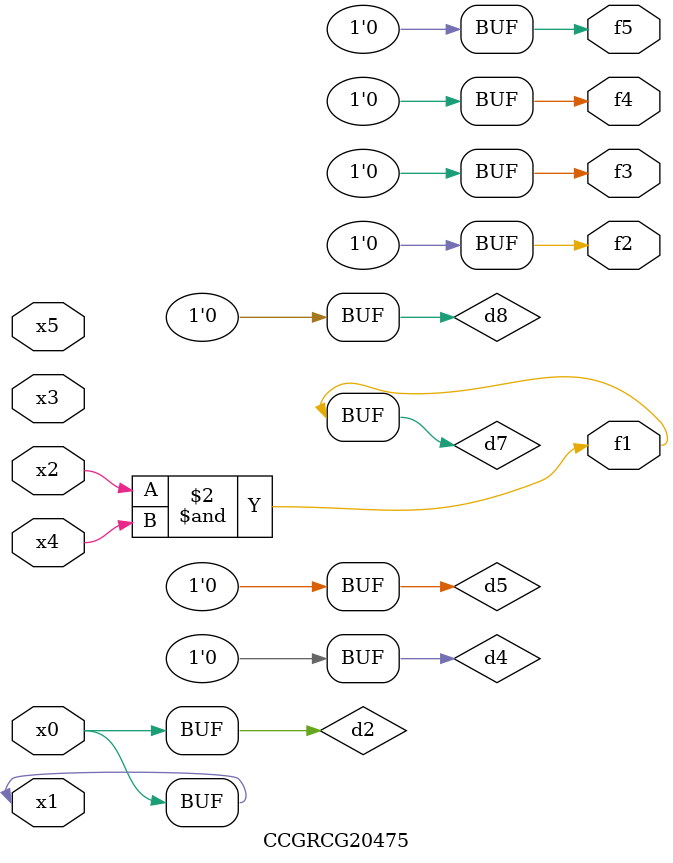
<source format=v>
module CCGRCG20475(
	input x0, x1, x2, x3, x4, x5,
	output f1, f2, f3, f4, f5
);

	wire d1, d2, d3, d4, d5, d6, d7, d8, d9;

	nand (d1, x1);
	buf (d2, x0, x1);
	nand (d3, x2, x4);
	and (d4, d1, d2);
	and (d5, d1, d2);
	nand (d6, d1, d3);
	not (d7, d3);
	xor (d8, d5);
	nor (d9, d5, d6);
	assign f1 = d7;
	assign f2 = d8;
	assign f3 = d8;
	assign f4 = d8;
	assign f5 = d8;
endmodule

</source>
